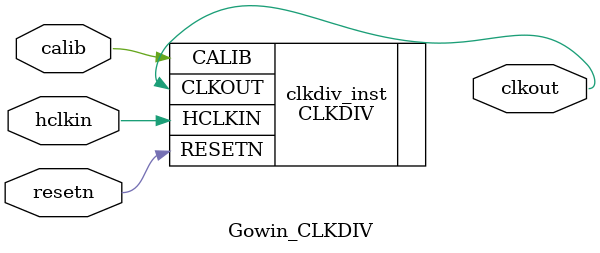
<source format=v>
module Gowin_CLKDIV (clkout, hclkin, resetn, calib);

output clkout;
input hclkin;
input resetn;
input calib;

CLKDIV clkdiv_inst (
    .CLKOUT(clkout),
    .HCLKIN(hclkin),
    .RESETN(resetn),
    .CALIB(calib)
);

defparam clkdiv_inst.DIV_MODE = "5";
defparam clkdiv_inst.GSREN = "false";

endmodule //Gowin_CLKDIV

</source>
